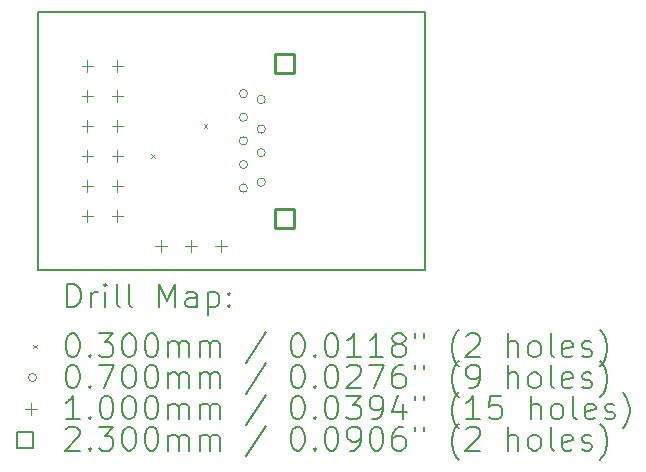
<source format=gbr>
%TF.GenerationSoftware,KiCad,Pcbnew,6.0.11-2627ca5db0~126~ubuntu22.04.1*%
%TF.CreationDate,2023-02-25T21:45:52+01:00*%
%TF.ProjectId,pmod,706d6f64-2e6b-4696-9361-645f70636258,0.7*%
%TF.SameCoordinates,Original*%
%TF.FileFunction,Drillmap*%
%TF.FilePolarity,Positive*%
%FSLAX45Y45*%
G04 Gerber Fmt 4.5, Leading zero omitted, Abs format (unit mm)*
G04 Created by KiCad (PCBNEW 6.0.11-2627ca5db0~126~ubuntu22.04.1) date 2023-02-25 21:45:52*
%MOMM*%
%LPD*%
G01*
G04 APERTURE LIST*
%ADD10C,0.150000*%
%ADD11C,0.200000*%
%ADD12C,0.030000*%
%ADD13C,0.070000*%
%ADD14C,0.100000*%
%ADD15C,0.230000*%
G04 APERTURE END LIST*
D10*
X13645600Y-6419300D02*
X16922200Y-6419300D01*
X16922200Y-6419300D02*
X16922200Y-8603700D01*
X16922200Y-8603700D02*
X13645600Y-8603700D01*
X13645600Y-8603700D02*
X13645600Y-6419300D01*
D11*
D12*
X14608500Y-7623500D02*
X14638500Y-7653500D01*
X14638500Y-7623500D02*
X14608500Y-7653500D01*
X15053000Y-7369500D02*
X15083000Y-7399500D01*
X15083000Y-7369500D02*
X15053000Y-7399500D01*
D13*
X15423300Y-7111500D02*
G75*
G03*
X15423300Y-7111500I-35000J0D01*
G01*
X15423300Y-7311500D02*
G75*
G03*
X15423300Y-7311500I-35000J0D01*
G01*
X15423300Y-7511500D02*
G75*
G03*
X15423300Y-7511500I-35000J0D01*
G01*
X15423300Y-7711500D02*
G75*
G03*
X15423300Y-7711500I-35000J0D01*
G01*
X15423300Y-7911500D02*
G75*
G03*
X15423300Y-7911500I-35000J0D01*
G01*
X15573300Y-7161500D02*
G75*
G03*
X15573300Y-7161500I-35000J0D01*
G01*
X15573300Y-7411500D02*
G75*
G03*
X15573300Y-7411500I-35000J0D01*
G01*
X15573300Y-7611500D02*
G75*
G03*
X15573300Y-7611500I-35000J0D01*
G01*
X15573300Y-7861500D02*
G75*
G03*
X15573300Y-7861500I-35000J0D01*
G01*
D14*
X14067240Y-6829548D02*
X14067240Y-6929548D01*
X14017240Y-6879548D02*
X14117240Y-6879548D01*
X14067240Y-7083548D02*
X14067240Y-7183548D01*
X14017240Y-7133548D02*
X14117240Y-7133548D01*
X14067240Y-7337548D02*
X14067240Y-7437548D01*
X14017240Y-7387548D02*
X14117240Y-7387548D01*
X14067240Y-7591548D02*
X14067240Y-7691548D01*
X14017240Y-7641548D02*
X14117240Y-7641548D01*
X14067240Y-7845548D02*
X14067240Y-7945548D01*
X14017240Y-7895548D02*
X14117240Y-7895548D01*
X14067240Y-8099548D02*
X14067240Y-8199548D01*
X14017240Y-8149548D02*
X14117240Y-8149548D01*
X14321240Y-6829548D02*
X14321240Y-6929548D01*
X14271240Y-6879548D02*
X14371240Y-6879548D01*
X14321240Y-7083548D02*
X14321240Y-7183548D01*
X14271240Y-7133548D02*
X14371240Y-7133548D01*
X14321240Y-7337548D02*
X14321240Y-7437548D01*
X14271240Y-7387548D02*
X14371240Y-7387548D01*
X14321240Y-7591548D02*
X14321240Y-7691548D01*
X14271240Y-7641548D02*
X14371240Y-7641548D01*
X14321240Y-7845548D02*
X14321240Y-7945548D01*
X14271240Y-7895548D02*
X14371240Y-7895548D01*
X14321240Y-8099548D02*
X14321240Y-8199548D01*
X14271240Y-8149548D02*
X14371240Y-8149548D01*
X14687000Y-8350500D02*
X14687000Y-8450500D01*
X14637000Y-8400500D02*
X14737000Y-8400500D01*
X14941000Y-8350500D02*
X14941000Y-8450500D01*
X14891000Y-8400500D02*
X14991000Y-8400500D01*
X15195000Y-8350500D02*
X15195000Y-8450500D01*
X15145000Y-8400500D02*
X15245000Y-8400500D01*
D15*
X15819618Y-6935818D02*
X15819618Y-6773182D01*
X15656982Y-6773182D01*
X15656982Y-6935818D01*
X15819618Y-6935818D01*
X15819618Y-8249818D02*
X15819618Y-8087182D01*
X15656982Y-8087182D01*
X15656982Y-8249818D01*
X15819618Y-8249818D01*
D11*
X13895719Y-8921676D02*
X13895719Y-8721676D01*
X13943338Y-8721676D01*
X13971909Y-8731200D01*
X13990957Y-8750248D01*
X14000481Y-8769295D01*
X14010005Y-8807390D01*
X14010005Y-8835962D01*
X14000481Y-8874057D01*
X13990957Y-8893105D01*
X13971909Y-8912152D01*
X13943338Y-8921676D01*
X13895719Y-8921676D01*
X14095719Y-8921676D02*
X14095719Y-8788343D01*
X14095719Y-8826438D02*
X14105243Y-8807390D01*
X14114767Y-8797867D01*
X14133814Y-8788343D01*
X14152862Y-8788343D01*
X14219528Y-8921676D02*
X14219528Y-8788343D01*
X14219528Y-8721676D02*
X14210005Y-8731200D01*
X14219528Y-8740724D01*
X14229052Y-8731200D01*
X14219528Y-8721676D01*
X14219528Y-8740724D01*
X14343338Y-8921676D02*
X14324290Y-8912152D01*
X14314767Y-8893105D01*
X14314767Y-8721676D01*
X14448100Y-8921676D02*
X14429052Y-8912152D01*
X14419528Y-8893105D01*
X14419528Y-8721676D01*
X14676671Y-8921676D02*
X14676671Y-8721676D01*
X14743338Y-8864533D01*
X14810005Y-8721676D01*
X14810005Y-8921676D01*
X14990957Y-8921676D02*
X14990957Y-8816914D01*
X14981433Y-8797867D01*
X14962386Y-8788343D01*
X14924290Y-8788343D01*
X14905243Y-8797867D01*
X14990957Y-8912152D02*
X14971909Y-8921676D01*
X14924290Y-8921676D01*
X14905243Y-8912152D01*
X14895719Y-8893105D01*
X14895719Y-8874057D01*
X14905243Y-8855010D01*
X14924290Y-8845486D01*
X14971909Y-8845486D01*
X14990957Y-8835962D01*
X15086195Y-8788343D02*
X15086195Y-8988343D01*
X15086195Y-8797867D02*
X15105243Y-8788343D01*
X15143338Y-8788343D01*
X15162386Y-8797867D01*
X15171909Y-8807390D01*
X15181433Y-8826438D01*
X15181433Y-8883581D01*
X15171909Y-8902629D01*
X15162386Y-8912152D01*
X15143338Y-8921676D01*
X15105243Y-8921676D01*
X15086195Y-8912152D01*
X15267148Y-8902629D02*
X15276671Y-8912152D01*
X15267148Y-8921676D01*
X15257624Y-8912152D01*
X15267148Y-8902629D01*
X15267148Y-8921676D01*
X15267148Y-8797867D02*
X15276671Y-8807390D01*
X15267148Y-8816914D01*
X15257624Y-8807390D01*
X15267148Y-8797867D01*
X15267148Y-8816914D01*
D12*
X13608100Y-9236200D02*
X13638100Y-9266200D01*
X13638100Y-9236200D02*
X13608100Y-9266200D01*
D11*
X13933814Y-9141676D02*
X13952862Y-9141676D01*
X13971909Y-9151200D01*
X13981433Y-9160724D01*
X13990957Y-9179771D01*
X14000481Y-9217867D01*
X14000481Y-9265486D01*
X13990957Y-9303581D01*
X13981433Y-9322629D01*
X13971909Y-9332152D01*
X13952862Y-9341676D01*
X13933814Y-9341676D01*
X13914767Y-9332152D01*
X13905243Y-9322629D01*
X13895719Y-9303581D01*
X13886195Y-9265486D01*
X13886195Y-9217867D01*
X13895719Y-9179771D01*
X13905243Y-9160724D01*
X13914767Y-9151200D01*
X13933814Y-9141676D01*
X14086195Y-9322629D02*
X14095719Y-9332152D01*
X14086195Y-9341676D01*
X14076671Y-9332152D01*
X14086195Y-9322629D01*
X14086195Y-9341676D01*
X14162386Y-9141676D02*
X14286195Y-9141676D01*
X14219528Y-9217867D01*
X14248100Y-9217867D01*
X14267148Y-9227390D01*
X14276671Y-9236914D01*
X14286195Y-9255962D01*
X14286195Y-9303581D01*
X14276671Y-9322629D01*
X14267148Y-9332152D01*
X14248100Y-9341676D01*
X14190957Y-9341676D01*
X14171909Y-9332152D01*
X14162386Y-9322629D01*
X14410005Y-9141676D02*
X14429052Y-9141676D01*
X14448100Y-9151200D01*
X14457624Y-9160724D01*
X14467148Y-9179771D01*
X14476671Y-9217867D01*
X14476671Y-9265486D01*
X14467148Y-9303581D01*
X14457624Y-9322629D01*
X14448100Y-9332152D01*
X14429052Y-9341676D01*
X14410005Y-9341676D01*
X14390957Y-9332152D01*
X14381433Y-9322629D01*
X14371909Y-9303581D01*
X14362386Y-9265486D01*
X14362386Y-9217867D01*
X14371909Y-9179771D01*
X14381433Y-9160724D01*
X14390957Y-9151200D01*
X14410005Y-9141676D01*
X14600481Y-9141676D02*
X14619528Y-9141676D01*
X14638576Y-9151200D01*
X14648100Y-9160724D01*
X14657624Y-9179771D01*
X14667148Y-9217867D01*
X14667148Y-9265486D01*
X14657624Y-9303581D01*
X14648100Y-9322629D01*
X14638576Y-9332152D01*
X14619528Y-9341676D01*
X14600481Y-9341676D01*
X14581433Y-9332152D01*
X14571909Y-9322629D01*
X14562386Y-9303581D01*
X14552862Y-9265486D01*
X14552862Y-9217867D01*
X14562386Y-9179771D01*
X14571909Y-9160724D01*
X14581433Y-9151200D01*
X14600481Y-9141676D01*
X14752862Y-9341676D02*
X14752862Y-9208343D01*
X14752862Y-9227390D02*
X14762386Y-9217867D01*
X14781433Y-9208343D01*
X14810005Y-9208343D01*
X14829052Y-9217867D01*
X14838576Y-9236914D01*
X14838576Y-9341676D01*
X14838576Y-9236914D02*
X14848100Y-9217867D01*
X14867148Y-9208343D01*
X14895719Y-9208343D01*
X14914767Y-9217867D01*
X14924290Y-9236914D01*
X14924290Y-9341676D01*
X15019528Y-9341676D02*
X15019528Y-9208343D01*
X15019528Y-9227390D02*
X15029052Y-9217867D01*
X15048100Y-9208343D01*
X15076671Y-9208343D01*
X15095719Y-9217867D01*
X15105243Y-9236914D01*
X15105243Y-9341676D01*
X15105243Y-9236914D02*
X15114767Y-9217867D01*
X15133814Y-9208343D01*
X15162386Y-9208343D01*
X15181433Y-9217867D01*
X15190957Y-9236914D01*
X15190957Y-9341676D01*
X15581433Y-9132152D02*
X15410005Y-9389295D01*
X15838576Y-9141676D02*
X15857624Y-9141676D01*
X15876671Y-9151200D01*
X15886195Y-9160724D01*
X15895719Y-9179771D01*
X15905243Y-9217867D01*
X15905243Y-9265486D01*
X15895719Y-9303581D01*
X15886195Y-9322629D01*
X15876671Y-9332152D01*
X15857624Y-9341676D01*
X15838576Y-9341676D01*
X15819528Y-9332152D01*
X15810005Y-9322629D01*
X15800481Y-9303581D01*
X15790957Y-9265486D01*
X15790957Y-9217867D01*
X15800481Y-9179771D01*
X15810005Y-9160724D01*
X15819528Y-9151200D01*
X15838576Y-9141676D01*
X15990957Y-9322629D02*
X16000481Y-9332152D01*
X15990957Y-9341676D01*
X15981433Y-9332152D01*
X15990957Y-9322629D01*
X15990957Y-9341676D01*
X16124290Y-9141676D02*
X16143338Y-9141676D01*
X16162386Y-9151200D01*
X16171909Y-9160724D01*
X16181433Y-9179771D01*
X16190957Y-9217867D01*
X16190957Y-9265486D01*
X16181433Y-9303581D01*
X16171909Y-9322629D01*
X16162386Y-9332152D01*
X16143338Y-9341676D01*
X16124290Y-9341676D01*
X16105243Y-9332152D01*
X16095719Y-9322629D01*
X16086195Y-9303581D01*
X16076671Y-9265486D01*
X16076671Y-9217867D01*
X16086195Y-9179771D01*
X16095719Y-9160724D01*
X16105243Y-9151200D01*
X16124290Y-9141676D01*
X16381433Y-9341676D02*
X16267148Y-9341676D01*
X16324290Y-9341676D02*
X16324290Y-9141676D01*
X16305243Y-9170248D01*
X16286195Y-9189295D01*
X16267148Y-9198819D01*
X16571909Y-9341676D02*
X16457624Y-9341676D01*
X16514767Y-9341676D02*
X16514767Y-9141676D01*
X16495719Y-9170248D01*
X16476671Y-9189295D01*
X16457624Y-9198819D01*
X16686195Y-9227390D02*
X16667148Y-9217867D01*
X16657624Y-9208343D01*
X16648100Y-9189295D01*
X16648100Y-9179771D01*
X16657624Y-9160724D01*
X16667148Y-9151200D01*
X16686195Y-9141676D01*
X16724290Y-9141676D01*
X16743338Y-9151200D01*
X16752862Y-9160724D01*
X16762386Y-9179771D01*
X16762386Y-9189295D01*
X16752862Y-9208343D01*
X16743338Y-9217867D01*
X16724290Y-9227390D01*
X16686195Y-9227390D01*
X16667148Y-9236914D01*
X16657624Y-9246438D01*
X16648100Y-9265486D01*
X16648100Y-9303581D01*
X16657624Y-9322629D01*
X16667148Y-9332152D01*
X16686195Y-9341676D01*
X16724290Y-9341676D01*
X16743338Y-9332152D01*
X16752862Y-9322629D01*
X16762386Y-9303581D01*
X16762386Y-9265486D01*
X16752862Y-9246438D01*
X16743338Y-9236914D01*
X16724290Y-9227390D01*
X16838576Y-9141676D02*
X16838576Y-9179771D01*
X16914767Y-9141676D02*
X16914767Y-9179771D01*
X17210005Y-9417867D02*
X17200481Y-9408343D01*
X17181433Y-9379771D01*
X17171910Y-9360724D01*
X17162386Y-9332152D01*
X17152862Y-9284533D01*
X17152862Y-9246438D01*
X17162386Y-9198819D01*
X17171910Y-9170248D01*
X17181433Y-9151200D01*
X17200481Y-9122629D01*
X17210005Y-9113105D01*
X17276671Y-9160724D02*
X17286195Y-9151200D01*
X17305243Y-9141676D01*
X17352862Y-9141676D01*
X17371910Y-9151200D01*
X17381433Y-9160724D01*
X17390957Y-9179771D01*
X17390957Y-9198819D01*
X17381433Y-9227390D01*
X17267148Y-9341676D01*
X17390957Y-9341676D01*
X17629052Y-9341676D02*
X17629052Y-9141676D01*
X17714767Y-9341676D02*
X17714767Y-9236914D01*
X17705243Y-9217867D01*
X17686195Y-9208343D01*
X17657624Y-9208343D01*
X17638576Y-9217867D01*
X17629052Y-9227390D01*
X17838576Y-9341676D02*
X17819529Y-9332152D01*
X17810005Y-9322629D01*
X17800481Y-9303581D01*
X17800481Y-9246438D01*
X17810005Y-9227390D01*
X17819529Y-9217867D01*
X17838576Y-9208343D01*
X17867148Y-9208343D01*
X17886195Y-9217867D01*
X17895719Y-9227390D01*
X17905243Y-9246438D01*
X17905243Y-9303581D01*
X17895719Y-9322629D01*
X17886195Y-9332152D01*
X17867148Y-9341676D01*
X17838576Y-9341676D01*
X18019529Y-9341676D02*
X18000481Y-9332152D01*
X17990957Y-9313105D01*
X17990957Y-9141676D01*
X18171910Y-9332152D02*
X18152862Y-9341676D01*
X18114767Y-9341676D01*
X18095719Y-9332152D01*
X18086195Y-9313105D01*
X18086195Y-9236914D01*
X18095719Y-9217867D01*
X18114767Y-9208343D01*
X18152862Y-9208343D01*
X18171910Y-9217867D01*
X18181433Y-9236914D01*
X18181433Y-9255962D01*
X18086195Y-9275010D01*
X18257624Y-9332152D02*
X18276671Y-9341676D01*
X18314767Y-9341676D01*
X18333814Y-9332152D01*
X18343338Y-9313105D01*
X18343338Y-9303581D01*
X18333814Y-9284533D01*
X18314767Y-9275010D01*
X18286195Y-9275010D01*
X18267148Y-9265486D01*
X18257624Y-9246438D01*
X18257624Y-9236914D01*
X18267148Y-9217867D01*
X18286195Y-9208343D01*
X18314767Y-9208343D01*
X18333814Y-9217867D01*
X18410005Y-9417867D02*
X18419529Y-9408343D01*
X18438576Y-9379771D01*
X18448100Y-9360724D01*
X18457624Y-9332152D01*
X18467148Y-9284533D01*
X18467148Y-9246438D01*
X18457624Y-9198819D01*
X18448100Y-9170248D01*
X18438576Y-9151200D01*
X18419529Y-9122629D01*
X18410005Y-9113105D01*
D13*
X13638100Y-9515200D02*
G75*
G03*
X13638100Y-9515200I-35000J0D01*
G01*
D11*
X13933814Y-9405676D02*
X13952862Y-9405676D01*
X13971909Y-9415200D01*
X13981433Y-9424724D01*
X13990957Y-9443771D01*
X14000481Y-9481867D01*
X14000481Y-9529486D01*
X13990957Y-9567581D01*
X13981433Y-9586629D01*
X13971909Y-9596152D01*
X13952862Y-9605676D01*
X13933814Y-9605676D01*
X13914767Y-9596152D01*
X13905243Y-9586629D01*
X13895719Y-9567581D01*
X13886195Y-9529486D01*
X13886195Y-9481867D01*
X13895719Y-9443771D01*
X13905243Y-9424724D01*
X13914767Y-9415200D01*
X13933814Y-9405676D01*
X14086195Y-9586629D02*
X14095719Y-9596152D01*
X14086195Y-9605676D01*
X14076671Y-9596152D01*
X14086195Y-9586629D01*
X14086195Y-9605676D01*
X14162386Y-9405676D02*
X14295719Y-9405676D01*
X14210005Y-9605676D01*
X14410005Y-9405676D02*
X14429052Y-9405676D01*
X14448100Y-9415200D01*
X14457624Y-9424724D01*
X14467148Y-9443771D01*
X14476671Y-9481867D01*
X14476671Y-9529486D01*
X14467148Y-9567581D01*
X14457624Y-9586629D01*
X14448100Y-9596152D01*
X14429052Y-9605676D01*
X14410005Y-9605676D01*
X14390957Y-9596152D01*
X14381433Y-9586629D01*
X14371909Y-9567581D01*
X14362386Y-9529486D01*
X14362386Y-9481867D01*
X14371909Y-9443771D01*
X14381433Y-9424724D01*
X14390957Y-9415200D01*
X14410005Y-9405676D01*
X14600481Y-9405676D02*
X14619528Y-9405676D01*
X14638576Y-9415200D01*
X14648100Y-9424724D01*
X14657624Y-9443771D01*
X14667148Y-9481867D01*
X14667148Y-9529486D01*
X14657624Y-9567581D01*
X14648100Y-9586629D01*
X14638576Y-9596152D01*
X14619528Y-9605676D01*
X14600481Y-9605676D01*
X14581433Y-9596152D01*
X14571909Y-9586629D01*
X14562386Y-9567581D01*
X14552862Y-9529486D01*
X14552862Y-9481867D01*
X14562386Y-9443771D01*
X14571909Y-9424724D01*
X14581433Y-9415200D01*
X14600481Y-9405676D01*
X14752862Y-9605676D02*
X14752862Y-9472343D01*
X14752862Y-9491390D02*
X14762386Y-9481867D01*
X14781433Y-9472343D01*
X14810005Y-9472343D01*
X14829052Y-9481867D01*
X14838576Y-9500914D01*
X14838576Y-9605676D01*
X14838576Y-9500914D02*
X14848100Y-9481867D01*
X14867148Y-9472343D01*
X14895719Y-9472343D01*
X14914767Y-9481867D01*
X14924290Y-9500914D01*
X14924290Y-9605676D01*
X15019528Y-9605676D02*
X15019528Y-9472343D01*
X15019528Y-9491390D02*
X15029052Y-9481867D01*
X15048100Y-9472343D01*
X15076671Y-9472343D01*
X15095719Y-9481867D01*
X15105243Y-9500914D01*
X15105243Y-9605676D01*
X15105243Y-9500914D02*
X15114767Y-9481867D01*
X15133814Y-9472343D01*
X15162386Y-9472343D01*
X15181433Y-9481867D01*
X15190957Y-9500914D01*
X15190957Y-9605676D01*
X15581433Y-9396152D02*
X15410005Y-9653295D01*
X15838576Y-9405676D02*
X15857624Y-9405676D01*
X15876671Y-9415200D01*
X15886195Y-9424724D01*
X15895719Y-9443771D01*
X15905243Y-9481867D01*
X15905243Y-9529486D01*
X15895719Y-9567581D01*
X15886195Y-9586629D01*
X15876671Y-9596152D01*
X15857624Y-9605676D01*
X15838576Y-9605676D01*
X15819528Y-9596152D01*
X15810005Y-9586629D01*
X15800481Y-9567581D01*
X15790957Y-9529486D01*
X15790957Y-9481867D01*
X15800481Y-9443771D01*
X15810005Y-9424724D01*
X15819528Y-9415200D01*
X15838576Y-9405676D01*
X15990957Y-9586629D02*
X16000481Y-9596152D01*
X15990957Y-9605676D01*
X15981433Y-9596152D01*
X15990957Y-9586629D01*
X15990957Y-9605676D01*
X16124290Y-9405676D02*
X16143338Y-9405676D01*
X16162386Y-9415200D01*
X16171909Y-9424724D01*
X16181433Y-9443771D01*
X16190957Y-9481867D01*
X16190957Y-9529486D01*
X16181433Y-9567581D01*
X16171909Y-9586629D01*
X16162386Y-9596152D01*
X16143338Y-9605676D01*
X16124290Y-9605676D01*
X16105243Y-9596152D01*
X16095719Y-9586629D01*
X16086195Y-9567581D01*
X16076671Y-9529486D01*
X16076671Y-9481867D01*
X16086195Y-9443771D01*
X16095719Y-9424724D01*
X16105243Y-9415200D01*
X16124290Y-9405676D01*
X16267148Y-9424724D02*
X16276671Y-9415200D01*
X16295719Y-9405676D01*
X16343338Y-9405676D01*
X16362386Y-9415200D01*
X16371909Y-9424724D01*
X16381433Y-9443771D01*
X16381433Y-9462819D01*
X16371909Y-9491390D01*
X16257624Y-9605676D01*
X16381433Y-9605676D01*
X16448100Y-9405676D02*
X16581433Y-9405676D01*
X16495719Y-9605676D01*
X16743338Y-9405676D02*
X16705243Y-9405676D01*
X16686195Y-9415200D01*
X16676671Y-9424724D01*
X16657624Y-9453295D01*
X16648100Y-9491390D01*
X16648100Y-9567581D01*
X16657624Y-9586629D01*
X16667148Y-9596152D01*
X16686195Y-9605676D01*
X16724290Y-9605676D01*
X16743338Y-9596152D01*
X16752862Y-9586629D01*
X16762386Y-9567581D01*
X16762386Y-9519962D01*
X16752862Y-9500914D01*
X16743338Y-9491390D01*
X16724290Y-9481867D01*
X16686195Y-9481867D01*
X16667148Y-9491390D01*
X16657624Y-9500914D01*
X16648100Y-9519962D01*
X16838576Y-9405676D02*
X16838576Y-9443771D01*
X16914767Y-9405676D02*
X16914767Y-9443771D01*
X17210005Y-9681867D02*
X17200481Y-9672343D01*
X17181433Y-9643771D01*
X17171910Y-9624724D01*
X17162386Y-9596152D01*
X17152862Y-9548533D01*
X17152862Y-9510438D01*
X17162386Y-9462819D01*
X17171910Y-9434248D01*
X17181433Y-9415200D01*
X17200481Y-9386629D01*
X17210005Y-9377105D01*
X17295719Y-9605676D02*
X17333814Y-9605676D01*
X17352862Y-9596152D01*
X17362386Y-9586629D01*
X17381433Y-9558057D01*
X17390957Y-9519962D01*
X17390957Y-9443771D01*
X17381433Y-9424724D01*
X17371910Y-9415200D01*
X17352862Y-9405676D01*
X17314767Y-9405676D01*
X17295719Y-9415200D01*
X17286195Y-9424724D01*
X17276671Y-9443771D01*
X17276671Y-9491390D01*
X17286195Y-9510438D01*
X17295719Y-9519962D01*
X17314767Y-9529486D01*
X17352862Y-9529486D01*
X17371910Y-9519962D01*
X17381433Y-9510438D01*
X17390957Y-9491390D01*
X17629052Y-9605676D02*
X17629052Y-9405676D01*
X17714767Y-9605676D02*
X17714767Y-9500914D01*
X17705243Y-9481867D01*
X17686195Y-9472343D01*
X17657624Y-9472343D01*
X17638576Y-9481867D01*
X17629052Y-9491390D01*
X17838576Y-9605676D02*
X17819529Y-9596152D01*
X17810005Y-9586629D01*
X17800481Y-9567581D01*
X17800481Y-9510438D01*
X17810005Y-9491390D01*
X17819529Y-9481867D01*
X17838576Y-9472343D01*
X17867148Y-9472343D01*
X17886195Y-9481867D01*
X17895719Y-9491390D01*
X17905243Y-9510438D01*
X17905243Y-9567581D01*
X17895719Y-9586629D01*
X17886195Y-9596152D01*
X17867148Y-9605676D01*
X17838576Y-9605676D01*
X18019529Y-9605676D02*
X18000481Y-9596152D01*
X17990957Y-9577105D01*
X17990957Y-9405676D01*
X18171910Y-9596152D02*
X18152862Y-9605676D01*
X18114767Y-9605676D01*
X18095719Y-9596152D01*
X18086195Y-9577105D01*
X18086195Y-9500914D01*
X18095719Y-9481867D01*
X18114767Y-9472343D01*
X18152862Y-9472343D01*
X18171910Y-9481867D01*
X18181433Y-9500914D01*
X18181433Y-9519962D01*
X18086195Y-9539010D01*
X18257624Y-9596152D02*
X18276671Y-9605676D01*
X18314767Y-9605676D01*
X18333814Y-9596152D01*
X18343338Y-9577105D01*
X18343338Y-9567581D01*
X18333814Y-9548533D01*
X18314767Y-9539010D01*
X18286195Y-9539010D01*
X18267148Y-9529486D01*
X18257624Y-9510438D01*
X18257624Y-9500914D01*
X18267148Y-9481867D01*
X18286195Y-9472343D01*
X18314767Y-9472343D01*
X18333814Y-9481867D01*
X18410005Y-9681867D02*
X18419529Y-9672343D01*
X18438576Y-9643771D01*
X18448100Y-9624724D01*
X18457624Y-9596152D01*
X18467148Y-9548533D01*
X18467148Y-9510438D01*
X18457624Y-9462819D01*
X18448100Y-9434248D01*
X18438576Y-9415200D01*
X18419529Y-9386629D01*
X18410005Y-9377105D01*
D14*
X13588100Y-9729200D02*
X13588100Y-9829200D01*
X13538100Y-9779200D02*
X13638100Y-9779200D01*
D11*
X14000481Y-9869676D02*
X13886195Y-9869676D01*
X13943338Y-9869676D02*
X13943338Y-9669676D01*
X13924290Y-9698248D01*
X13905243Y-9717295D01*
X13886195Y-9726819D01*
X14086195Y-9850629D02*
X14095719Y-9860152D01*
X14086195Y-9869676D01*
X14076671Y-9860152D01*
X14086195Y-9850629D01*
X14086195Y-9869676D01*
X14219528Y-9669676D02*
X14238576Y-9669676D01*
X14257624Y-9679200D01*
X14267148Y-9688724D01*
X14276671Y-9707771D01*
X14286195Y-9745867D01*
X14286195Y-9793486D01*
X14276671Y-9831581D01*
X14267148Y-9850629D01*
X14257624Y-9860152D01*
X14238576Y-9869676D01*
X14219528Y-9869676D01*
X14200481Y-9860152D01*
X14190957Y-9850629D01*
X14181433Y-9831581D01*
X14171909Y-9793486D01*
X14171909Y-9745867D01*
X14181433Y-9707771D01*
X14190957Y-9688724D01*
X14200481Y-9679200D01*
X14219528Y-9669676D01*
X14410005Y-9669676D02*
X14429052Y-9669676D01*
X14448100Y-9679200D01*
X14457624Y-9688724D01*
X14467148Y-9707771D01*
X14476671Y-9745867D01*
X14476671Y-9793486D01*
X14467148Y-9831581D01*
X14457624Y-9850629D01*
X14448100Y-9860152D01*
X14429052Y-9869676D01*
X14410005Y-9869676D01*
X14390957Y-9860152D01*
X14381433Y-9850629D01*
X14371909Y-9831581D01*
X14362386Y-9793486D01*
X14362386Y-9745867D01*
X14371909Y-9707771D01*
X14381433Y-9688724D01*
X14390957Y-9679200D01*
X14410005Y-9669676D01*
X14600481Y-9669676D02*
X14619528Y-9669676D01*
X14638576Y-9679200D01*
X14648100Y-9688724D01*
X14657624Y-9707771D01*
X14667148Y-9745867D01*
X14667148Y-9793486D01*
X14657624Y-9831581D01*
X14648100Y-9850629D01*
X14638576Y-9860152D01*
X14619528Y-9869676D01*
X14600481Y-9869676D01*
X14581433Y-9860152D01*
X14571909Y-9850629D01*
X14562386Y-9831581D01*
X14552862Y-9793486D01*
X14552862Y-9745867D01*
X14562386Y-9707771D01*
X14571909Y-9688724D01*
X14581433Y-9679200D01*
X14600481Y-9669676D01*
X14752862Y-9869676D02*
X14752862Y-9736343D01*
X14752862Y-9755390D02*
X14762386Y-9745867D01*
X14781433Y-9736343D01*
X14810005Y-9736343D01*
X14829052Y-9745867D01*
X14838576Y-9764914D01*
X14838576Y-9869676D01*
X14838576Y-9764914D02*
X14848100Y-9745867D01*
X14867148Y-9736343D01*
X14895719Y-9736343D01*
X14914767Y-9745867D01*
X14924290Y-9764914D01*
X14924290Y-9869676D01*
X15019528Y-9869676D02*
X15019528Y-9736343D01*
X15019528Y-9755390D02*
X15029052Y-9745867D01*
X15048100Y-9736343D01*
X15076671Y-9736343D01*
X15095719Y-9745867D01*
X15105243Y-9764914D01*
X15105243Y-9869676D01*
X15105243Y-9764914D02*
X15114767Y-9745867D01*
X15133814Y-9736343D01*
X15162386Y-9736343D01*
X15181433Y-9745867D01*
X15190957Y-9764914D01*
X15190957Y-9869676D01*
X15581433Y-9660152D02*
X15410005Y-9917295D01*
X15838576Y-9669676D02*
X15857624Y-9669676D01*
X15876671Y-9679200D01*
X15886195Y-9688724D01*
X15895719Y-9707771D01*
X15905243Y-9745867D01*
X15905243Y-9793486D01*
X15895719Y-9831581D01*
X15886195Y-9850629D01*
X15876671Y-9860152D01*
X15857624Y-9869676D01*
X15838576Y-9869676D01*
X15819528Y-9860152D01*
X15810005Y-9850629D01*
X15800481Y-9831581D01*
X15790957Y-9793486D01*
X15790957Y-9745867D01*
X15800481Y-9707771D01*
X15810005Y-9688724D01*
X15819528Y-9679200D01*
X15838576Y-9669676D01*
X15990957Y-9850629D02*
X16000481Y-9860152D01*
X15990957Y-9869676D01*
X15981433Y-9860152D01*
X15990957Y-9850629D01*
X15990957Y-9869676D01*
X16124290Y-9669676D02*
X16143338Y-9669676D01*
X16162386Y-9679200D01*
X16171909Y-9688724D01*
X16181433Y-9707771D01*
X16190957Y-9745867D01*
X16190957Y-9793486D01*
X16181433Y-9831581D01*
X16171909Y-9850629D01*
X16162386Y-9860152D01*
X16143338Y-9869676D01*
X16124290Y-9869676D01*
X16105243Y-9860152D01*
X16095719Y-9850629D01*
X16086195Y-9831581D01*
X16076671Y-9793486D01*
X16076671Y-9745867D01*
X16086195Y-9707771D01*
X16095719Y-9688724D01*
X16105243Y-9679200D01*
X16124290Y-9669676D01*
X16257624Y-9669676D02*
X16381433Y-9669676D01*
X16314767Y-9745867D01*
X16343338Y-9745867D01*
X16362386Y-9755390D01*
X16371909Y-9764914D01*
X16381433Y-9783962D01*
X16381433Y-9831581D01*
X16371909Y-9850629D01*
X16362386Y-9860152D01*
X16343338Y-9869676D01*
X16286195Y-9869676D01*
X16267148Y-9860152D01*
X16257624Y-9850629D01*
X16476671Y-9869676D02*
X16514767Y-9869676D01*
X16533814Y-9860152D01*
X16543338Y-9850629D01*
X16562386Y-9822057D01*
X16571909Y-9783962D01*
X16571909Y-9707771D01*
X16562386Y-9688724D01*
X16552862Y-9679200D01*
X16533814Y-9669676D01*
X16495719Y-9669676D01*
X16476671Y-9679200D01*
X16467148Y-9688724D01*
X16457624Y-9707771D01*
X16457624Y-9755390D01*
X16467148Y-9774438D01*
X16476671Y-9783962D01*
X16495719Y-9793486D01*
X16533814Y-9793486D01*
X16552862Y-9783962D01*
X16562386Y-9774438D01*
X16571909Y-9755390D01*
X16743338Y-9736343D02*
X16743338Y-9869676D01*
X16695719Y-9660152D02*
X16648100Y-9803010D01*
X16771909Y-9803010D01*
X16838576Y-9669676D02*
X16838576Y-9707771D01*
X16914767Y-9669676D02*
X16914767Y-9707771D01*
X17210005Y-9945867D02*
X17200481Y-9936343D01*
X17181433Y-9907771D01*
X17171910Y-9888724D01*
X17162386Y-9860152D01*
X17152862Y-9812533D01*
X17152862Y-9774438D01*
X17162386Y-9726819D01*
X17171910Y-9698248D01*
X17181433Y-9679200D01*
X17200481Y-9650629D01*
X17210005Y-9641105D01*
X17390957Y-9869676D02*
X17276671Y-9869676D01*
X17333814Y-9869676D02*
X17333814Y-9669676D01*
X17314767Y-9698248D01*
X17295719Y-9717295D01*
X17276671Y-9726819D01*
X17571910Y-9669676D02*
X17476671Y-9669676D01*
X17467148Y-9764914D01*
X17476671Y-9755390D01*
X17495719Y-9745867D01*
X17543338Y-9745867D01*
X17562386Y-9755390D01*
X17571910Y-9764914D01*
X17581433Y-9783962D01*
X17581433Y-9831581D01*
X17571910Y-9850629D01*
X17562386Y-9860152D01*
X17543338Y-9869676D01*
X17495719Y-9869676D01*
X17476671Y-9860152D01*
X17467148Y-9850629D01*
X17819529Y-9869676D02*
X17819529Y-9669676D01*
X17905243Y-9869676D02*
X17905243Y-9764914D01*
X17895719Y-9745867D01*
X17876671Y-9736343D01*
X17848100Y-9736343D01*
X17829052Y-9745867D01*
X17819529Y-9755390D01*
X18029052Y-9869676D02*
X18010005Y-9860152D01*
X18000481Y-9850629D01*
X17990957Y-9831581D01*
X17990957Y-9774438D01*
X18000481Y-9755390D01*
X18010005Y-9745867D01*
X18029052Y-9736343D01*
X18057624Y-9736343D01*
X18076671Y-9745867D01*
X18086195Y-9755390D01*
X18095719Y-9774438D01*
X18095719Y-9831581D01*
X18086195Y-9850629D01*
X18076671Y-9860152D01*
X18057624Y-9869676D01*
X18029052Y-9869676D01*
X18210005Y-9869676D02*
X18190957Y-9860152D01*
X18181433Y-9841105D01*
X18181433Y-9669676D01*
X18362386Y-9860152D02*
X18343338Y-9869676D01*
X18305243Y-9869676D01*
X18286195Y-9860152D01*
X18276671Y-9841105D01*
X18276671Y-9764914D01*
X18286195Y-9745867D01*
X18305243Y-9736343D01*
X18343338Y-9736343D01*
X18362386Y-9745867D01*
X18371910Y-9764914D01*
X18371910Y-9783962D01*
X18276671Y-9803010D01*
X18448100Y-9860152D02*
X18467148Y-9869676D01*
X18505243Y-9869676D01*
X18524290Y-9860152D01*
X18533814Y-9841105D01*
X18533814Y-9831581D01*
X18524290Y-9812533D01*
X18505243Y-9803010D01*
X18476671Y-9803010D01*
X18457624Y-9793486D01*
X18448100Y-9774438D01*
X18448100Y-9764914D01*
X18457624Y-9745867D01*
X18476671Y-9736343D01*
X18505243Y-9736343D01*
X18524290Y-9745867D01*
X18600481Y-9945867D02*
X18610005Y-9936343D01*
X18629052Y-9907771D01*
X18638576Y-9888724D01*
X18648100Y-9860152D01*
X18657624Y-9812533D01*
X18657624Y-9774438D01*
X18648100Y-9726819D01*
X18638576Y-9698248D01*
X18629052Y-9679200D01*
X18610005Y-9650629D01*
X18600481Y-9641105D01*
X13608811Y-10113911D02*
X13608811Y-9972489D01*
X13467389Y-9972489D01*
X13467389Y-10113911D01*
X13608811Y-10113911D01*
X13886195Y-9952724D02*
X13895719Y-9943200D01*
X13914767Y-9933676D01*
X13962386Y-9933676D01*
X13981433Y-9943200D01*
X13990957Y-9952724D01*
X14000481Y-9971771D01*
X14000481Y-9990819D01*
X13990957Y-10019390D01*
X13876671Y-10133676D01*
X14000481Y-10133676D01*
X14086195Y-10114629D02*
X14095719Y-10124152D01*
X14086195Y-10133676D01*
X14076671Y-10124152D01*
X14086195Y-10114629D01*
X14086195Y-10133676D01*
X14162386Y-9933676D02*
X14286195Y-9933676D01*
X14219528Y-10009867D01*
X14248100Y-10009867D01*
X14267148Y-10019390D01*
X14276671Y-10028914D01*
X14286195Y-10047962D01*
X14286195Y-10095581D01*
X14276671Y-10114629D01*
X14267148Y-10124152D01*
X14248100Y-10133676D01*
X14190957Y-10133676D01*
X14171909Y-10124152D01*
X14162386Y-10114629D01*
X14410005Y-9933676D02*
X14429052Y-9933676D01*
X14448100Y-9943200D01*
X14457624Y-9952724D01*
X14467148Y-9971771D01*
X14476671Y-10009867D01*
X14476671Y-10057486D01*
X14467148Y-10095581D01*
X14457624Y-10114629D01*
X14448100Y-10124152D01*
X14429052Y-10133676D01*
X14410005Y-10133676D01*
X14390957Y-10124152D01*
X14381433Y-10114629D01*
X14371909Y-10095581D01*
X14362386Y-10057486D01*
X14362386Y-10009867D01*
X14371909Y-9971771D01*
X14381433Y-9952724D01*
X14390957Y-9943200D01*
X14410005Y-9933676D01*
X14600481Y-9933676D02*
X14619528Y-9933676D01*
X14638576Y-9943200D01*
X14648100Y-9952724D01*
X14657624Y-9971771D01*
X14667148Y-10009867D01*
X14667148Y-10057486D01*
X14657624Y-10095581D01*
X14648100Y-10114629D01*
X14638576Y-10124152D01*
X14619528Y-10133676D01*
X14600481Y-10133676D01*
X14581433Y-10124152D01*
X14571909Y-10114629D01*
X14562386Y-10095581D01*
X14552862Y-10057486D01*
X14552862Y-10009867D01*
X14562386Y-9971771D01*
X14571909Y-9952724D01*
X14581433Y-9943200D01*
X14600481Y-9933676D01*
X14752862Y-10133676D02*
X14752862Y-10000343D01*
X14752862Y-10019390D02*
X14762386Y-10009867D01*
X14781433Y-10000343D01*
X14810005Y-10000343D01*
X14829052Y-10009867D01*
X14838576Y-10028914D01*
X14838576Y-10133676D01*
X14838576Y-10028914D02*
X14848100Y-10009867D01*
X14867148Y-10000343D01*
X14895719Y-10000343D01*
X14914767Y-10009867D01*
X14924290Y-10028914D01*
X14924290Y-10133676D01*
X15019528Y-10133676D02*
X15019528Y-10000343D01*
X15019528Y-10019390D02*
X15029052Y-10009867D01*
X15048100Y-10000343D01*
X15076671Y-10000343D01*
X15095719Y-10009867D01*
X15105243Y-10028914D01*
X15105243Y-10133676D01*
X15105243Y-10028914D02*
X15114767Y-10009867D01*
X15133814Y-10000343D01*
X15162386Y-10000343D01*
X15181433Y-10009867D01*
X15190957Y-10028914D01*
X15190957Y-10133676D01*
X15581433Y-9924152D02*
X15410005Y-10181295D01*
X15838576Y-9933676D02*
X15857624Y-9933676D01*
X15876671Y-9943200D01*
X15886195Y-9952724D01*
X15895719Y-9971771D01*
X15905243Y-10009867D01*
X15905243Y-10057486D01*
X15895719Y-10095581D01*
X15886195Y-10114629D01*
X15876671Y-10124152D01*
X15857624Y-10133676D01*
X15838576Y-10133676D01*
X15819528Y-10124152D01*
X15810005Y-10114629D01*
X15800481Y-10095581D01*
X15790957Y-10057486D01*
X15790957Y-10009867D01*
X15800481Y-9971771D01*
X15810005Y-9952724D01*
X15819528Y-9943200D01*
X15838576Y-9933676D01*
X15990957Y-10114629D02*
X16000481Y-10124152D01*
X15990957Y-10133676D01*
X15981433Y-10124152D01*
X15990957Y-10114629D01*
X15990957Y-10133676D01*
X16124290Y-9933676D02*
X16143338Y-9933676D01*
X16162386Y-9943200D01*
X16171909Y-9952724D01*
X16181433Y-9971771D01*
X16190957Y-10009867D01*
X16190957Y-10057486D01*
X16181433Y-10095581D01*
X16171909Y-10114629D01*
X16162386Y-10124152D01*
X16143338Y-10133676D01*
X16124290Y-10133676D01*
X16105243Y-10124152D01*
X16095719Y-10114629D01*
X16086195Y-10095581D01*
X16076671Y-10057486D01*
X16076671Y-10009867D01*
X16086195Y-9971771D01*
X16095719Y-9952724D01*
X16105243Y-9943200D01*
X16124290Y-9933676D01*
X16286195Y-10133676D02*
X16324290Y-10133676D01*
X16343338Y-10124152D01*
X16352862Y-10114629D01*
X16371909Y-10086057D01*
X16381433Y-10047962D01*
X16381433Y-9971771D01*
X16371909Y-9952724D01*
X16362386Y-9943200D01*
X16343338Y-9933676D01*
X16305243Y-9933676D01*
X16286195Y-9943200D01*
X16276671Y-9952724D01*
X16267148Y-9971771D01*
X16267148Y-10019390D01*
X16276671Y-10038438D01*
X16286195Y-10047962D01*
X16305243Y-10057486D01*
X16343338Y-10057486D01*
X16362386Y-10047962D01*
X16371909Y-10038438D01*
X16381433Y-10019390D01*
X16505243Y-9933676D02*
X16524290Y-9933676D01*
X16543338Y-9943200D01*
X16552862Y-9952724D01*
X16562386Y-9971771D01*
X16571909Y-10009867D01*
X16571909Y-10057486D01*
X16562386Y-10095581D01*
X16552862Y-10114629D01*
X16543338Y-10124152D01*
X16524290Y-10133676D01*
X16505243Y-10133676D01*
X16486195Y-10124152D01*
X16476671Y-10114629D01*
X16467148Y-10095581D01*
X16457624Y-10057486D01*
X16457624Y-10009867D01*
X16467148Y-9971771D01*
X16476671Y-9952724D01*
X16486195Y-9943200D01*
X16505243Y-9933676D01*
X16743338Y-9933676D02*
X16705243Y-9933676D01*
X16686195Y-9943200D01*
X16676671Y-9952724D01*
X16657624Y-9981295D01*
X16648100Y-10019390D01*
X16648100Y-10095581D01*
X16657624Y-10114629D01*
X16667148Y-10124152D01*
X16686195Y-10133676D01*
X16724290Y-10133676D01*
X16743338Y-10124152D01*
X16752862Y-10114629D01*
X16762386Y-10095581D01*
X16762386Y-10047962D01*
X16752862Y-10028914D01*
X16743338Y-10019390D01*
X16724290Y-10009867D01*
X16686195Y-10009867D01*
X16667148Y-10019390D01*
X16657624Y-10028914D01*
X16648100Y-10047962D01*
X16838576Y-9933676D02*
X16838576Y-9971771D01*
X16914767Y-9933676D02*
X16914767Y-9971771D01*
X17210005Y-10209867D02*
X17200481Y-10200343D01*
X17181433Y-10171771D01*
X17171910Y-10152724D01*
X17162386Y-10124152D01*
X17152862Y-10076533D01*
X17152862Y-10038438D01*
X17162386Y-9990819D01*
X17171910Y-9962248D01*
X17181433Y-9943200D01*
X17200481Y-9914629D01*
X17210005Y-9905105D01*
X17276671Y-9952724D02*
X17286195Y-9943200D01*
X17305243Y-9933676D01*
X17352862Y-9933676D01*
X17371910Y-9943200D01*
X17381433Y-9952724D01*
X17390957Y-9971771D01*
X17390957Y-9990819D01*
X17381433Y-10019390D01*
X17267148Y-10133676D01*
X17390957Y-10133676D01*
X17629052Y-10133676D02*
X17629052Y-9933676D01*
X17714767Y-10133676D02*
X17714767Y-10028914D01*
X17705243Y-10009867D01*
X17686195Y-10000343D01*
X17657624Y-10000343D01*
X17638576Y-10009867D01*
X17629052Y-10019390D01*
X17838576Y-10133676D02*
X17819529Y-10124152D01*
X17810005Y-10114629D01*
X17800481Y-10095581D01*
X17800481Y-10038438D01*
X17810005Y-10019390D01*
X17819529Y-10009867D01*
X17838576Y-10000343D01*
X17867148Y-10000343D01*
X17886195Y-10009867D01*
X17895719Y-10019390D01*
X17905243Y-10038438D01*
X17905243Y-10095581D01*
X17895719Y-10114629D01*
X17886195Y-10124152D01*
X17867148Y-10133676D01*
X17838576Y-10133676D01*
X18019529Y-10133676D02*
X18000481Y-10124152D01*
X17990957Y-10105105D01*
X17990957Y-9933676D01*
X18171910Y-10124152D02*
X18152862Y-10133676D01*
X18114767Y-10133676D01*
X18095719Y-10124152D01*
X18086195Y-10105105D01*
X18086195Y-10028914D01*
X18095719Y-10009867D01*
X18114767Y-10000343D01*
X18152862Y-10000343D01*
X18171910Y-10009867D01*
X18181433Y-10028914D01*
X18181433Y-10047962D01*
X18086195Y-10067010D01*
X18257624Y-10124152D02*
X18276671Y-10133676D01*
X18314767Y-10133676D01*
X18333814Y-10124152D01*
X18343338Y-10105105D01*
X18343338Y-10095581D01*
X18333814Y-10076533D01*
X18314767Y-10067010D01*
X18286195Y-10067010D01*
X18267148Y-10057486D01*
X18257624Y-10038438D01*
X18257624Y-10028914D01*
X18267148Y-10009867D01*
X18286195Y-10000343D01*
X18314767Y-10000343D01*
X18333814Y-10009867D01*
X18410005Y-10209867D02*
X18419529Y-10200343D01*
X18438576Y-10171771D01*
X18448100Y-10152724D01*
X18457624Y-10124152D01*
X18467148Y-10076533D01*
X18467148Y-10038438D01*
X18457624Y-9990819D01*
X18448100Y-9962248D01*
X18438576Y-9943200D01*
X18419529Y-9914629D01*
X18410005Y-9905105D01*
M02*

</source>
